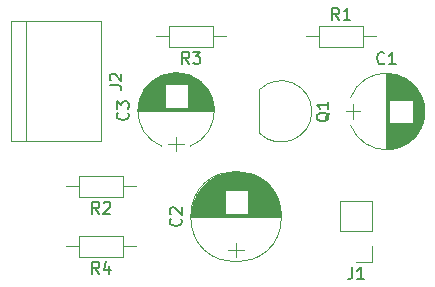
<source format=gbr>
G04 #@! TF.FileFunction,Legend,Top*
%FSLAX46Y46*%
G04 Gerber Fmt 4.6, Leading zero omitted, Abs format (unit mm)*
G04 Created by KiCad (PCBNEW 4.0.7) date 06/12/18 10:28:29*
%MOMM*%
%LPD*%
G01*
G04 APERTURE LIST*
%ADD10C,0.100000*%
%ADD11C,0.120000*%
%ADD12C,0.150000*%
G04 APERTURE END LIST*
D10*
D11*
X184210000Y-125670000D02*
X181550000Y-125670000D01*
X184210000Y-128270000D02*
X184210000Y-125670000D01*
X181550000Y-128270000D02*
X181550000Y-125670000D01*
X184210000Y-128270000D02*
X181550000Y-128270000D01*
X184210000Y-129540000D02*
X184210000Y-130870000D01*
X184210000Y-130870000D02*
X182880000Y-130870000D01*
X188457820Y-116930864D02*
G75*
G03X182422518Y-116930000I-3017820J-1179136D01*
G01*
X188457820Y-119289136D02*
G75*
G02X182422518Y-119290000I-3017820J1179136D01*
G01*
X188457820Y-119289136D02*
G75*
G03X188457482Y-116930000I-3017820J1179136D01*
G01*
X185440000Y-114910000D02*
X185440000Y-121310000D01*
X185480000Y-114910000D02*
X185480000Y-121310000D01*
X185520000Y-114910000D02*
X185520000Y-121310000D01*
X185560000Y-114912000D02*
X185560000Y-121308000D01*
X185600000Y-114913000D02*
X185600000Y-121307000D01*
X185640000Y-114916000D02*
X185640000Y-121304000D01*
X185680000Y-114918000D02*
X185680000Y-121302000D01*
X185720000Y-114922000D02*
X185720000Y-117130000D01*
X185720000Y-119090000D02*
X185720000Y-121298000D01*
X185760000Y-114925000D02*
X185760000Y-117130000D01*
X185760000Y-119090000D02*
X185760000Y-121295000D01*
X185800000Y-114930000D02*
X185800000Y-117130000D01*
X185800000Y-119090000D02*
X185800000Y-121290000D01*
X185840000Y-114934000D02*
X185840000Y-117130000D01*
X185840000Y-119090000D02*
X185840000Y-121286000D01*
X185880000Y-114940000D02*
X185880000Y-117130000D01*
X185880000Y-119090000D02*
X185880000Y-121280000D01*
X185920000Y-114945000D02*
X185920000Y-117130000D01*
X185920000Y-119090000D02*
X185920000Y-121275000D01*
X185960000Y-114952000D02*
X185960000Y-117130000D01*
X185960000Y-119090000D02*
X185960000Y-121268000D01*
X186000000Y-114958000D02*
X186000000Y-117130000D01*
X186000000Y-119090000D02*
X186000000Y-121262000D01*
X186040000Y-114966000D02*
X186040000Y-117130000D01*
X186040000Y-119090000D02*
X186040000Y-121254000D01*
X186080000Y-114973000D02*
X186080000Y-117130000D01*
X186080000Y-119090000D02*
X186080000Y-121247000D01*
X186120000Y-114982000D02*
X186120000Y-117130000D01*
X186120000Y-119090000D02*
X186120000Y-121238000D01*
X186161000Y-114991000D02*
X186161000Y-117130000D01*
X186161000Y-119090000D02*
X186161000Y-121229000D01*
X186201000Y-115000000D02*
X186201000Y-117130000D01*
X186201000Y-119090000D02*
X186201000Y-121220000D01*
X186241000Y-115010000D02*
X186241000Y-117130000D01*
X186241000Y-119090000D02*
X186241000Y-121210000D01*
X186281000Y-115020000D02*
X186281000Y-117130000D01*
X186281000Y-119090000D02*
X186281000Y-121200000D01*
X186321000Y-115031000D02*
X186321000Y-117130000D01*
X186321000Y-119090000D02*
X186321000Y-121189000D01*
X186361000Y-115043000D02*
X186361000Y-117130000D01*
X186361000Y-119090000D02*
X186361000Y-121177000D01*
X186401000Y-115055000D02*
X186401000Y-117130000D01*
X186401000Y-119090000D02*
X186401000Y-121165000D01*
X186441000Y-115068000D02*
X186441000Y-117130000D01*
X186441000Y-119090000D02*
X186441000Y-121152000D01*
X186481000Y-115081000D02*
X186481000Y-117130000D01*
X186481000Y-119090000D02*
X186481000Y-121139000D01*
X186521000Y-115095000D02*
X186521000Y-117130000D01*
X186521000Y-119090000D02*
X186521000Y-121125000D01*
X186561000Y-115109000D02*
X186561000Y-117130000D01*
X186561000Y-119090000D02*
X186561000Y-121111000D01*
X186601000Y-115124000D02*
X186601000Y-117130000D01*
X186601000Y-119090000D02*
X186601000Y-121096000D01*
X186641000Y-115140000D02*
X186641000Y-117130000D01*
X186641000Y-119090000D02*
X186641000Y-121080000D01*
X186681000Y-115156000D02*
X186681000Y-117130000D01*
X186681000Y-119090000D02*
X186681000Y-121064000D01*
X186721000Y-115173000D02*
X186721000Y-117130000D01*
X186721000Y-119090000D02*
X186721000Y-121047000D01*
X186761000Y-115191000D02*
X186761000Y-117130000D01*
X186761000Y-119090000D02*
X186761000Y-121029000D01*
X186801000Y-115209000D02*
X186801000Y-117130000D01*
X186801000Y-119090000D02*
X186801000Y-121011000D01*
X186841000Y-115228000D02*
X186841000Y-117130000D01*
X186841000Y-119090000D02*
X186841000Y-120992000D01*
X186881000Y-115247000D02*
X186881000Y-117130000D01*
X186881000Y-119090000D02*
X186881000Y-120973000D01*
X186921000Y-115267000D02*
X186921000Y-117130000D01*
X186921000Y-119090000D02*
X186921000Y-120953000D01*
X186961000Y-115288000D02*
X186961000Y-117130000D01*
X186961000Y-119090000D02*
X186961000Y-120932000D01*
X187001000Y-115310000D02*
X187001000Y-117130000D01*
X187001000Y-119090000D02*
X187001000Y-120910000D01*
X187041000Y-115332000D02*
X187041000Y-117130000D01*
X187041000Y-119090000D02*
X187041000Y-120888000D01*
X187081000Y-115355000D02*
X187081000Y-117130000D01*
X187081000Y-119090000D02*
X187081000Y-120865000D01*
X187121000Y-115379000D02*
X187121000Y-117130000D01*
X187121000Y-119090000D02*
X187121000Y-120841000D01*
X187161000Y-115404000D02*
X187161000Y-117130000D01*
X187161000Y-119090000D02*
X187161000Y-120816000D01*
X187201000Y-115429000D02*
X187201000Y-117130000D01*
X187201000Y-119090000D02*
X187201000Y-120791000D01*
X187241000Y-115456000D02*
X187241000Y-117130000D01*
X187241000Y-119090000D02*
X187241000Y-120764000D01*
X187281000Y-115483000D02*
X187281000Y-117130000D01*
X187281000Y-119090000D02*
X187281000Y-120737000D01*
X187321000Y-115511000D02*
X187321000Y-117130000D01*
X187321000Y-119090000D02*
X187321000Y-120709000D01*
X187361000Y-115540000D02*
X187361000Y-117130000D01*
X187361000Y-119090000D02*
X187361000Y-120680000D01*
X187401000Y-115570000D02*
X187401000Y-117130000D01*
X187401000Y-119090000D02*
X187401000Y-120650000D01*
X187441000Y-115600000D02*
X187441000Y-117130000D01*
X187441000Y-119090000D02*
X187441000Y-120620000D01*
X187481000Y-115632000D02*
X187481000Y-117130000D01*
X187481000Y-119090000D02*
X187481000Y-120588000D01*
X187521000Y-115665000D02*
X187521000Y-117130000D01*
X187521000Y-119090000D02*
X187521000Y-120555000D01*
X187561000Y-115699000D02*
X187561000Y-117130000D01*
X187561000Y-119090000D02*
X187561000Y-120521000D01*
X187601000Y-115735000D02*
X187601000Y-117130000D01*
X187601000Y-119090000D02*
X187601000Y-120485000D01*
X187641000Y-115771000D02*
X187641000Y-117130000D01*
X187641000Y-119090000D02*
X187641000Y-120449000D01*
X187681000Y-115809000D02*
X187681000Y-120411000D01*
X187721000Y-115848000D02*
X187721000Y-120372000D01*
X187761000Y-115888000D02*
X187761000Y-120332000D01*
X187801000Y-115930000D02*
X187801000Y-120290000D01*
X187841000Y-115973000D02*
X187841000Y-120247000D01*
X187881000Y-116018000D02*
X187881000Y-120202000D01*
X187921000Y-116065000D02*
X187921000Y-120155000D01*
X187961000Y-116113000D02*
X187961000Y-120107000D01*
X188001000Y-116164000D02*
X188001000Y-120056000D01*
X188041000Y-116216000D02*
X188041000Y-120004000D01*
X188081000Y-116271000D02*
X188081000Y-119949000D01*
X188121000Y-116329000D02*
X188121000Y-119891000D01*
X188161000Y-116389000D02*
X188161000Y-119831000D01*
X188201000Y-116452000D02*
X188201000Y-119768000D01*
X188241000Y-116519000D02*
X188241000Y-119701000D01*
X188281000Y-116590000D02*
X188281000Y-119630000D01*
X188321000Y-116665000D02*
X188321000Y-119555000D01*
X188361000Y-116746000D02*
X188361000Y-119474000D01*
X188401000Y-116832000D02*
X188401000Y-119388000D01*
X188441000Y-116926000D02*
X188441000Y-119294000D01*
X188481000Y-117029000D02*
X188481000Y-119191000D01*
X188521000Y-117144000D02*
X188521000Y-119076000D01*
X188561000Y-117276000D02*
X188561000Y-118944000D01*
X188601000Y-117434000D02*
X188601000Y-118786000D01*
X188641000Y-117642000D02*
X188641000Y-118578000D01*
X181990000Y-118110000D02*
X183190000Y-118110000D01*
X182590000Y-117460000D02*
X182590000Y-118760000D01*
X176560000Y-127020000D02*
G75*
G03X176560000Y-127020000I-3840000J0D01*
G01*
X168920000Y-127020000D02*
X176520000Y-127020000D01*
X168920000Y-126980000D02*
X176520000Y-126980000D01*
X168920000Y-126940000D02*
X176520000Y-126940000D01*
X168921000Y-126900000D02*
X176519000Y-126900000D01*
X168923000Y-126860000D02*
X176517000Y-126860000D01*
X168925000Y-126820000D02*
X176515000Y-126820000D01*
X168927000Y-126780000D02*
X176513000Y-126780000D01*
X168930000Y-126740000D02*
X171740000Y-126740000D01*
X173700000Y-126740000D02*
X176510000Y-126740000D01*
X168933000Y-126700000D02*
X171740000Y-126700000D01*
X173700000Y-126700000D02*
X176507000Y-126700000D01*
X168936000Y-126660000D02*
X171740000Y-126660000D01*
X173700000Y-126660000D02*
X176504000Y-126660000D01*
X168940000Y-126620000D02*
X171740000Y-126620000D01*
X173700000Y-126620000D02*
X176500000Y-126620000D01*
X168945000Y-126580000D02*
X171740000Y-126580000D01*
X173700000Y-126580000D02*
X176495000Y-126580000D01*
X168950000Y-126540000D02*
X171740000Y-126540000D01*
X173700000Y-126540000D02*
X176490000Y-126540000D01*
X168955000Y-126500000D02*
X171740000Y-126500000D01*
X173700000Y-126500000D02*
X176485000Y-126500000D01*
X168961000Y-126460000D02*
X171740000Y-126460000D01*
X173700000Y-126460000D02*
X176479000Y-126460000D01*
X168967000Y-126420000D02*
X171740000Y-126420000D01*
X173700000Y-126420000D02*
X176473000Y-126420000D01*
X168973000Y-126380000D02*
X171740000Y-126380000D01*
X173700000Y-126380000D02*
X176467000Y-126380000D01*
X168980000Y-126340000D02*
X171740000Y-126340000D01*
X173700000Y-126340000D02*
X176460000Y-126340000D01*
X168988000Y-126299000D02*
X171740000Y-126299000D01*
X173700000Y-126299000D02*
X176452000Y-126299000D01*
X168995000Y-126259000D02*
X171740000Y-126259000D01*
X173700000Y-126259000D02*
X176445000Y-126259000D01*
X169004000Y-126219000D02*
X171740000Y-126219000D01*
X173700000Y-126219000D02*
X176436000Y-126219000D01*
X169013000Y-126179000D02*
X171740000Y-126179000D01*
X173700000Y-126179000D02*
X176427000Y-126179000D01*
X169022000Y-126139000D02*
X171740000Y-126139000D01*
X173700000Y-126139000D02*
X176418000Y-126139000D01*
X169031000Y-126099000D02*
X171740000Y-126099000D01*
X173700000Y-126099000D02*
X176409000Y-126099000D01*
X169041000Y-126059000D02*
X171740000Y-126059000D01*
X173700000Y-126059000D02*
X176399000Y-126059000D01*
X169052000Y-126019000D02*
X171740000Y-126019000D01*
X173700000Y-126019000D02*
X176388000Y-126019000D01*
X169063000Y-125979000D02*
X171740000Y-125979000D01*
X173700000Y-125979000D02*
X176377000Y-125979000D01*
X169075000Y-125939000D02*
X171740000Y-125939000D01*
X173700000Y-125939000D02*
X176365000Y-125939000D01*
X169086000Y-125899000D02*
X171740000Y-125899000D01*
X173700000Y-125899000D02*
X176354000Y-125899000D01*
X169099000Y-125859000D02*
X171740000Y-125859000D01*
X173700000Y-125859000D02*
X176341000Y-125859000D01*
X169112000Y-125819000D02*
X171740000Y-125819000D01*
X173700000Y-125819000D02*
X176328000Y-125819000D01*
X169125000Y-125779000D02*
X171740000Y-125779000D01*
X173700000Y-125779000D02*
X176315000Y-125779000D01*
X169139000Y-125739000D02*
X171740000Y-125739000D01*
X173700000Y-125739000D02*
X176301000Y-125739000D01*
X169154000Y-125699000D02*
X171740000Y-125699000D01*
X173700000Y-125699000D02*
X176286000Y-125699000D01*
X169168000Y-125659000D02*
X171740000Y-125659000D01*
X173700000Y-125659000D02*
X176272000Y-125659000D01*
X169184000Y-125619000D02*
X171740000Y-125619000D01*
X173700000Y-125619000D02*
X176256000Y-125619000D01*
X169200000Y-125579000D02*
X171740000Y-125579000D01*
X173700000Y-125579000D02*
X176240000Y-125579000D01*
X169216000Y-125539000D02*
X171740000Y-125539000D01*
X173700000Y-125539000D02*
X176224000Y-125539000D01*
X169233000Y-125499000D02*
X171740000Y-125499000D01*
X173700000Y-125499000D02*
X176207000Y-125499000D01*
X169251000Y-125459000D02*
X171740000Y-125459000D01*
X173700000Y-125459000D02*
X176189000Y-125459000D01*
X169269000Y-125419000D02*
X171740000Y-125419000D01*
X173700000Y-125419000D02*
X176171000Y-125419000D01*
X169287000Y-125379000D02*
X171740000Y-125379000D01*
X173700000Y-125379000D02*
X176153000Y-125379000D01*
X169307000Y-125339000D02*
X171740000Y-125339000D01*
X173700000Y-125339000D02*
X176133000Y-125339000D01*
X169326000Y-125299000D02*
X171740000Y-125299000D01*
X173700000Y-125299000D02*
X176114000Y-125299000D01*
X169347000Y-125259000D02*
X171740000Y-125259000D01*
X173700000Y-125259000D02*
X176093000Y-125259000D01*
X169368000Y-125219000D02*
X171740000Y-125219000D01*
X173700000Y-125219000D02*
X176072000Y-125219000D01*
X169389000Y-125179000D02*
X171740000Y-125179000D01*
X173700000Y-125179000D02*
X176051000Y-125179000D01*
X169411000Y-125139000D02*
X171740000Y-125139000D01*
X173700000Y-125139000D02*
X176029000Y-125139000D01*
X169434000Y-125099000D02*
X171740000Y-125099000D01*
X173700000Y-125099000D02*
X176006000Y-125099000D01*
X169457000Y-125059000D02*
X171740000Y-125059000D01*
X173700000Y-125059000D02*
X175983000Y-125059000D01*
X169481000Y-125019000D02*
X171740000Y-125019000D01*
X173700000Y-125019000D02*
X175959000Y-125019000D01*
X169506000Y-124979000D02*
X171740000Y-124979000D01*
X173700000Y-124979000D02*
X175934000Y-124979000D01*
X169532000Y-124939000D02*
X171740000Y-124939000D01*
X173700000Y-124939000D02*
X175908000Y-124939000D01*
X169558000Y-124899000D02*
X171740000Y-124899000D01*
X173700000Y-124899000D02*
X175882000Y-124899000D01*
X169585000Y-124859000D02*
X171740000Y-124859000D01*
X173700000Y-124859000D02*
X175855000Y-124859000D01*
X169612000Y-124819000D02*
X171740000Y-124819000D01*
X173700000Y-124819000D02*
X175828000Y-124819000D01*
X169641000Y-124779000D02*
X175799000Y-124779000D01*
X169670000Y-124739000D02*
X175770000Y-124739000D01*
X169700000Y-124699000D02*
X175740000Y-124699000D01*
X169730000Y-124659000D02*
X175710000Y-124659000D01*
X169762000Y-124619000D02*
X175678000Y-124619000D01*
X169794000Y-124579000D02*
X175646000Y-124579000D01*
X169828000Y-124539000D02*
X175612000Y-124539000D01*
X169862000Y-124499000D02*
X175578000Y-124499000D01*
X169897000Y-124459000D02*
X175543000Y-124459000D01*
X169934000Y-124419000D02*
X175506000Y-124419000D01*
X169971000Y-124379000D02*
X175469000Y-124379000D01*
X170009000Y-124339000D02*
X175431000Y-124339000D01*
X170049000Y-124299000D02*
X175391000Y-124299000D01*
X170090000Y-124259000D02*
X175350000Y-124259000D01*
X170132000Y-124219000D02*
X175308000Y-124219000D01*
X170175000Y-124179000D02*
X175265000Y-124179000D01*
X170220000Y-124139000D02*
X175220000Y-124139000D01*
X170266000Y-124099000D02*
X175174000Y-124099000D01*
X170313000Y-124059000D02*
X175127000Y-124059000D01*
X170363000Y-124019000D02*
X175077000Y-124019000D01*
X170413000Y-123979000D02*
X175027000Y-123979000D01*
X170466000Y-123939000D02*
X174974000Y-123939000D01*
X170521000Y-123899000D02*
X174919000Y-123899000D01*
X170578000Y-123859000D02*
X174862000Y-123859000D01*
X170637000Y-123819000D02*
X174803000Y-123819000D01*
X170698000Y-123779000D02*
X174742000Y-123779000D01*
X170763000Y-123739000D02*
X174677000Y-123739000D01*
X170830000Y-123699000D02*
X174610000Y-123699000D01*
X170900000Y-123659000D02*
X174540000Y-123659000D01*
X170975000Y-123619000D02*
X174465000Y-123619000D01*
X171053000Y-123579000D02*
X174387000Y-123579000D01*
X171136000Y-123539000D02*
X174304000Y-123539000D01*
X171225000Y-123499000D02*
X174215000Y-123499000D01*
X171320000Y-123459000D02*
X174120000Y-123459000D01*
X171423000Y-123419000D02*
X174017000Y-123419000D01*
X171536000Y-123379000D02*
X173904000Y-123379000D01*
X171663000Y-123339000D02*
X173777000Y-123339000D01*
X171807000Y-123299000D02*
X173633000Y-123299000D01*
X171980000Y-123259000D02*
X173460000Y-123259000D01*
X172207000Y-123219000D02*
X173233000Y-123219000D01*
X172720000Y-130470000D02*
X172720000Y-129270000D01*
X172070000Y-129870000D02*
X173370000Y-129870000D01*
X166460864Y-115032180D02*
G75*
G03X166460000Y-121067482I1179136J-3017820D01*
G01*
X168819136Y-115032180D02*
G75*
G02X168820000Y-121067482I-1179136J-3017820D01*
G01*
X168819136Y-115032180D02*
G75*
G03X166460000Y-115032518I-1179136J-3017820D01*
G01*
X164440000Y-118050000D02*
X170840000Y-118050000D01*
X164440000Y-118010000D02*
X170840000Y-118010000D01*
X164440000Y-117970000D02*
X170840000Y-117970000D01*
X164442000Y-117930000D02*
X170838000Y-117930000D01*
X164443000Y-117890000D02*
X170837000Y-117890000D01*
X164446000Y-117850000D02*
X170834000Y-117850000D01*
X164448000Y-117810000D02*
X170832000Y-117810000D01*
X164452000Y-117770000D02*
X166660000Y-117770000D01*
X168620000Y-117770000D02*
X170828000Y-117770000D01*
X164455000Y-117730000D02*
X166660000Y-117730000D01*
X168620000Y-117730000D02*
X170825000Y-117730000D01*
X164460000Y-117690000D02*
X166660000Y-117690000D01*
X168620000Y-117690000D02*
X170820000Y-117690000D01*
X164464000Y-117650000D02*
X166660000Y-117650000D01*
X168620000Y-117650000D02*
X170816000Y-117650000D01*
X164470000Y-117610000D02*
X166660000Y-117610000D01*
X168620000Y-117610000D02*
X170810000Y-117610000D01*
X164475000Y-117570000D02*
X166660000Y-117570000D01*
X168620000Y-117570000D02*
X170805000Y-117570000D01*
X164482000Y-117530000D02*
X166660000Y-117530000D01*
X168620000Y-117530000D02*
X170798000Y-117530000D01*
X164488000Y-117490000D02*
X166660000Y-117490000D01*
X168620000Y-117490000D02*
X170792000Y-117490000D01*
X164496000Y-117450000D02*
X166660000Y-117450000D01*
X168620000Y-117450000D02*
X170784000Y-117450000D01*
X164503000Y-117410000D02*
X166660000Y-117410000D01*
X168620000Y-117410000D02*
X170777000Y-117410000D01*
X164512000Y-117370000D02*
X166660000Y-117370000D01*
X168620000Y-117370000D02*
X170768000Y-117370000D01*
X164521000Y-117329000D02*
X166660000Y-117329000D01*
X168620000Y-117329000D02*
X170759000Y-117329000D01*
X164530000Y-117289000D02*
X166660000Y-117289000D01*
X168620000Y-117289000D02*
X170750000Y-117289000D01*
X164540000Y-117249000D02*
X166660000Y-117249000D01*
X168620000Y-117249000D02*
X170740000Y-117249000D01*
X164550000Y-117209000D02*
X166660000Y-117209000D01*
X168620000Y-117209000D02*
X170730000Y-117209000D01*
X164561000Y-117169000D02*
X166660000Y-117169000D01*
X168620000Y-117169000D02*
X170719000Y-117169000D01*
X164573000Y-117129000D02*
X166660000Y-117129000D01*
X168620000Y-117129000D02*
X170707000Y-117129000D01*
X164585000Y-117089000D02*
X166660000Y-117089000D01*
X168620000Y-117089000D02*
X170695000Y-117089000D01*
X164598000Y-117049000D02*
X166660000Y-117049000D01*
X168620000Y-117049000D02*
X170682000Y-117049000D01*
X164611000Y-117009000D02*
X166660000Y-117009000D01*
X168620000Y-117009000D02*
X170669000Y-117009000D01*
X164625000Y-116969000D02*
X166660000Y-116969000D01*
X168620000Y-116969000D02*
X170655000Y-116969000D01*
X164639000Y-116929000D02*
X166660000Y-116929000D01*
X168620000Y-116929000D02*
X170641000Y-116929000D01*
X164654000Y-116889000D02*
X166660000Y-116889000D01*
X168620000Y-116889000D02*
X170626000Y-116889000D01*
X164670000Y-116849000D02*
X166660000Y-116849000D01*
X168620000Y-116849000D02*
X170610000Y-116849000D01*
X164686000Y-116809000D02*
X166660000Y-116809000D01*
X168620000Y-116809000D02*
X170594000Y-116809000D01*
X164703000Y-116769000D02*
X166660000Y-116769000D01*
X168620000Y-116769000D02*
X170577000Y-116769000D01*
X164721000Y-116729000D02*
X166660000Y-116729000D01*
X168620000Y-116729000D02*
X170559000Y-116729000D01*
X164739000Y-116689000D02*
X166660000Y-116689000D01*
X168620000Y-116689000D02*
X170541000Y-116689000D01*
X164758000Y-116649000D02*
X166660000Y-116649000D01*
X168620000Y-116649000D02*
X170522000Y-116649000D01*
X164777000Y-116609000D02*
X166660000Y-116609000D01*
X168620000Y-116609000D02*
X170503000Y-116609000D01*
X164797000Y-116569000D02*
X166660000Y-116569000D01*
X168620000Y-116569000D02*
X170483000Y-116569000D01*
X164818000Y-116529000D02*
X166660000Y-116529000D01*
X168620000Y-116529000D02*
X170462000Y-116529000D01*
X164840000Y-116489000D02*
X166660000Y-116489000D01*
X168620000Y-116489000D02*
X170440000Y-116489000D01*
X164862000Y-116449000D02*
X166660000Y-116449000D01*
X168620000Y-116449000D02*
X170418000Y-116449000D01*
X164885000Y-116409000D02*
X166660000Y-116409000D01*
X168620000Y-116409000D02*
X170395000Y-116409000D01*
X164909000Y-116369000D02*
X166660000Y-116369000D01*
X168620000Y-116369000D02*
X170371000Y-116369000D01*
X164934000Y-116329000D02*
X166660000Y-116329000D01*
X168620000Y-116329000D02*
X170346000Y-116329000D01*
X164959000Y-116289000D02*
X166660000Y-116289000D01*
X168620000Y-116289000D02*
X170321000Y-116289000D01*
X164986000Y-116249000D02*
X166660000Y-116249000D01*
X168620000Y-116249000D02*
X170294000Y-116249000D01*
X165013000Y-116209000D02*
X166660000Y-116209000D01*
X168620000Y-116209000D02*
X170267000Y-116209000D01*
X165041000Y-116169000D02*
X166660000Y-116169000D01*
X168620000Y-116169000D02*
X170239000Y-116169000D01*
X165070000Y-116129000D02*
X166660000Y-116129000D01*
X168620000Y-116129000D02*
X170210000Y-116129000D01*
X165100000Y-116089000D02*
X166660000Y-116089000D01*
X168620000Y-116089000D02*
X170180000Y-116089000D01*
X165130000Y-116049000D02*
X166660000Y-116049000D01*
X168620000Y-116049000D02*
X170150000Y-116049000D01*
X165162000Y-116009000D02*
X166660000Y-116009000D01*
X168620000Y-116009000D02*
X170118000Y-116009000D01*
X165195000Y-115969000D02*
X166660000Y-115969000D01*
X168620000Y-115969000D02*
X170085000Y-115969000D01*
X165229000Y-115929000D02*
X166660000Y-115929000D01*
X168620000Y-115929000D02*
X170051000Y-115929000D01*
X165265000Y-115889000D02*
X166660000Y-115889000D01*
X168620000Y-115889000D02*
X170015000Y-115889000D01*
X165301000Y-115849000D02*
X166660000Y-115849000D01*
X168620000Y-115849000D02*
X169979000Y-115849000D01*
X165339000Y-115809000D02*
X169941000Y-115809000D01*
X165378000Y-115769000D02*
X169902000Y-115769000D01*
X165418000Y-115729000D02*
X169862000Y-115729000D01*
X165460000Y-115689000D02*
X169820000Y-115689000D01*
X165503000Y-115649000D02*
X169777000Y-115649000D01*
X165548000Y-115609000D02*
X169732000Y-115609000D01*
X165595000Y-115569000D02*
X169685000Y-115569000D01*
X165643000Y-115529000D02*
X169637000Y-115529000D01*
X165694000Y-115489000D02*
X169586000Y-115489000D01*
X165746000Y-115449000D02*
X169534000Y-115449000D01*
X165801000Y-115409000D02*
X169479000Y-115409000D01*
X165859000Y-115369000D02*
X169421000Y-115369000D01*
X165919000Y-115329000D02*
X169361000Y-115329000D01*
X165982000Y-115289000D02*
X169298000Y-115289000D01*
X166049000Y-115249000D02*
X169231000Y-115249000D01*
X166120000Y-115209000D02*
X169160000Y-115209000D01*
X166195000Y-115169000D02*
X169085000Y-115169000D01*
X166276000Y-115129000D02*
X169004000Y-115129000D01*
X166362000Y-115089000D02*
X168918000Y-115089000D01*
X166456000Y-115049000D02*
X168824000Y-115049000D01*
X166559000Y-115009000D02*
X168721000Y-115009000D01*
X166674000Y-114969000D02*
X168606000Y-114969000D01*
X166806000Y-114929000D02*
X168474000Y-114929000D01*
X166964000Y-114889000D02*
X168316000Y-114889000D01*
X167172000Y-114849000D02*
X168108000Y-114849000D01*
X167640000Y-121500000D02*
X167640000Y-120300000D01*
X166990000Y-120900000D02*
X168290000Y-120900000D01*
X154940000Y-120650000D02*
X154940000Y-110490000D01*
X153670000Y-120650000D02*
X161290000Y-120650000D01*
X161290000Y-120650000D02*
X161290000Y-110490000D01*
X161290000Y-110490000D02*
X153670000Y-110490000D01*
X153670000Y-110490000D02*
X153670000Y-120650000D01*
X174680000Y-116310000D02*
X174680000Y-119910000D01*
X174691522Y-116271522D02*
G75*
G02X179130000Y-118110000I1838478J-1838478D01*
G01*
X174691522Y-119948478D02*
G75*
G03X179130000Y-118110000I1838478J1838478D01*
G01*
X179750000Y-110900000D02*
X179750000Y-112620000D01*
X179750000Y-112620000D02*
X183470000Y-112620000D01*
X183470000Y-112620000D02*
X183470000Y-110900000D01*
X183470000Y-110900000D02*
X179750000Y-110900000D01*
X178680000Y-111760000D02*
X179750000Y-111760000D01*
X184540000Y-111760000D02*
X183470000Y-111760000D01*
X163150000Y-125320000D02*
X163150000Y-123600000D01*
X163150000Y-123600000D02*
X159430000Y-123600000D01*
X159430000Y-123600000D02*
X159430000Y-125320000D01*
X159430000Y-125320000D02*
X163150000Y-125320000D01*
X164220000Y-124460000D02*
X163150000Y-124460000D01*
X158360000Y-124460000D02*
X159430000Y-124460000D01*
X170770000Y-112620000D02*
X170770000Y-110900000D01*
X170770000Y-110900000D02*
X167050000Y-110900000D01*
X167050000Y-110900000D02*
X167050000Y-112620000D01*
X167050000Y-112620000D02*
X170770000Y-112620000D01*
X171840000Y-111760000D02*
X170770000Y-111760000D01*
X165980000Y-111760000D02*
X167050000Y-111760000D01*
X163150000Y-130400000D02*
X163150000Y-128680000D01*
X163150000Y-128680000D02*
X159430000Y-128680000D01*
X159430000Y-128680000D02*
X159430000Y-130400000D01*
X159430000Y-130400000D02*
X163150000Y-130400000D01*
X164220000Y-129540000D02*
X163150000Y-129540000D01*
X158360000Y-129540000D02*
X159430000Y-129540000D01*
D12*
X182546667Y-131322381D02*
X182546667Y-132036667D01*
X182499047Y-132179524D01*
X182403809Y-132274762D01*
X182260952Y-132322381D01*
X182165714Y-132322381D01*
X183546667Y-132322381D02*
X182975238Y-132322381D01*
X183260952Y-132322381D02*
X183260952Y-131322381D01*
X183165714Y-131465238D01*
X183070476Y-131560476D01*
X182975238Y-131608095D01*
X185273334Y-114007143D02*
X185225715Y-114054762D01*
X185082858Y-114102381D01*
X184987620Y-114102381D01*
X184844762Y-114054762D01*
X184749524Y-113959524D01*
X184701905Y-113864286D01*
X184654286Y-113673810D01*
X184654286Y-113530952D01*
X184701905Y-113340476D01*
X184749524Y-113245238D01*
X184844762Y-113150000D01*
X184987620Y-113102381D01*
X185082858Y-113102381D01*
X185225715Y-113150000D01*
X185273334Y-113197619D01*
X186225715Y-114102381D02*
X185654286Y-114102381D01*
X185940000Y-114102381D02*
X185940000Y-113102381D01*
X185844762Y-113245238D01*
X185749524Y-113340476D01*
X185654286Y-113388095D01*
X168017143Y-127186666D02*
X168064762Y-127234285D01*
X168112381Y-127377142D01*
X168112381Y-127472380D01*
X168064762Y-127615238D01*
X167969524Y-127710476D01*
X167874286Y-127758095D01*
X167683810Y-127805714D01*
X167540952Y-127805714D01*
X167350476Y-127758095D01*
X167255238Y-127710476D01*
X167160000Y-127615238D01*
X167112381Y-127472380D01*
X167112381Y-127377142D01*
X167160000Y-127234285D01*
X167207619Y-127186666D01*
X167207619Y-126805714D02*
X167160000Y-126758095D01*
X167112381Y-126662857D01*
X167112381Y-126424761D01*
X167160000Y-126329523D01*
X167207619Y-126281904D01*
X167302857Y-126234285D01*
X167398095Y-126234285D01*
X167540952Y-126281904D01*
X168112381Y-126853333D01*
X168112381Y-126234285D01*
X163537143Y-118216666D02*
X163584762Y-118264285D01*
X163632381Y-118407142D01*
X163632381Y-118502380D01*
X163584762Y-118645238D01*
X163489524Y-118740476D01*
X163394286Y-118788095D01*
X163203810Y-118835714D01*
X163060952Y-118835714D01*
X162870476Y-118788095D01*
X162775238Y-118740476D01*
X162680000Y-118645238D01*
X162632381Y-118502380D01*
X162632381Y-118407142D01*
X162680000Y-118264285D01*
X162727619Y-118216666D01*
X162632381Y-117883333D02*
X162632381Y-117264285D01*
X163013333Y-117597619D01*
X163013333Y-117454761D01*
X163060952Y-117359523D01*
X163108571Y-117311904D01*
X163203810Y-117264285D01*
X163441905Y-117264285D01*
X163537143Y-117311904D01*
X163584762Y-117359523D01*
X163632381Y-117454761D01*
X163632381Y-117740476D01*
X163584762Y-117835714D01*
X163537143Y-117883333D01*
X162012381Y-115903333D02*
X162726667Y-115903333D01*
X162869524Y-115950953D01*
X162964762Y-116046191D01*
X163012381Y-116189048D01*
X163012381Y-116284286D01*
X162107619Y-115474762D02*
X162060000Y-115427143D01*
X162012381Y-115331905D01*
X162012381Y-115093809D01*
X162060000Y-114998571D01*
X162107619Y-114950952D01*
X162202857Y-114903333D01*
X162298095Y-114903333D01*
X162440952Y-114950952D01*
X163012381Y-115522381D01*
X163012381Y-114903333D01*
X180637619Y-118205238D02*
X180590000Y-118300476D01*
X180494762Y-118395714D01*
X180351905Y-118538571D01*
X180304286Y-118633810D01*
X180304286Y-118729048D01*
X180542381Y-118681429D02*
X180494762Y-118776667D01*
X180399524Y-118871905D01*
X180209048Y-118919524D01*
X179875714Y-118919524D01*
X179685238Y-118871905D01*
X179590000Y-118776667D01*
X179542381Y-118681429D01*
X179542381Y-118490952D01*
X179590000Y-118395714D01*
X179685238Y-118300476D01*
X179875714Y-118252857D01*
X180209048Y-118252857D01*
X180399524Y-118300476D01*
X180494762Y-118395714D01*
X180542381Y-118490952D01*
X180542381Y-118681429D01*
X180542381Y-117300476D02*
X180542381Y-117871905D01*
X180542381Y-117586191D02*
X179542381Y-117586191D01*
X179685238Y-117681429D01*
X179780476Y-117776667D01*
X179828095Y-117871905D01*
X181443334Y-110352381D02*
X181110000Y-109876190D01*
X180871905Y-110352381D02*
X180871905Y-109352381D01*
X181252858Y-109352381D01*
X181348096Y-109400000D01*
X181395715Y-109447619D01*
X181443334Y-109542857D01*
X181443334Y-109685714D01*
X181395715Y-109780952D01*
X181348096Y-109828571D01*
X181252858Y-109876190D01*
X180871905Y-109876190D01*
X182395715Y-110352381D02*
X181824286Y-110352381D01*
X182110000Y-110352381D02*
X182110000Y-109352381D01*
X182014762Y-109495238D01*
X181919524Y-109590476D01*
X181824286Y-109638095D01*
X161123334Y-126772381D02*
X160790000Y-126296190D01*
X160551905Y-126772381D02*
X160551905Y-125772381D01*
X160932858Y-125772381D01*
X161028096Y-125820000D01*
X161075715Y-125867619D01*
X161123334Y-125962857D01*
X161123334Y-126105714D01*
X161075715Y-126200952D01*
X161028096Y-126248571D01*
X160932858Y-126296190D01*
X160551905Y-126296190D01*
X161504286Y-125867619D02*
X161551905Y-125820000D01*
X161647143Y-125772381D01*
X161885239Y-125772381D01*
X161980477Y-125820000D01*
X162028096Y-125867619D01*
X162075715Y-125962857D01*
X162075715Y-126058095D01*
X162028096Y-126200952D01*
X161456667Y-126772381D01*
X162075715Y-126772381D01*
X168743334Y-114072381D02*
X168410000Y-113596190D01*
X168171905Y-114072381D02*
X168171905Y-113072381D01*
X168552858Y-113072381D01*
X168648096Y-113120000D01*
X168695715Y-113167619D01*
X168743334Y-113262857D01*
X168743334Y-113405714D01*
X168695715Y-113500952D01*
X168648096Y-113548571D01*
X168552858Y-113596190D01*
X168171905Y-113596190D01*
X169076667Y-113072381D02*
X169695715Y-113072381D01*
X169362381Y-113453333D01*
X169505239Y-113453333D01*
X169600477Y-113500952D01*
X169648096Y-113548571D01*
X169695715Y-113643810D01*
X169695715Y-113881905D01*
X169648096Y-113977143D01*
X169600477Y-114024762D01*
X169505239Y-114072381D01*
X169219524Y-114072381D01*
X169124286Y-114024762D01*
X169076667Y-113977143D01*
X161123334Y-131852381D02*
X160790000Y-131376190D01*
X160551905Y-131852381D02*
X160551905Y-130852381D01*
X160932858Y-130852381D01*
X161028096Y-130900000D01*
X161075715Y-130947619D01*
X161123334Y-131042857D01*
X161123334Y-131185714D01*
X161075715Y-131280952D01*
X161028096Y-131328571D01*
X160932858Y-131376190D01*
X160551905Y-131376190D01*
X161980477Y-131185714D02*
X161980477Y-131852381D01*
X161742381Y-130804762D02*
X161504286Y-131519048D01*
X162123334Y-131519048D01*
M02*

</source>
